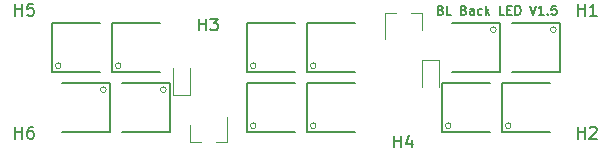
<source format=gbr>
G04 #@! TF.GenerationSoftware,KiCad,Pcbnew,(5.1.4)-1*
G04 #@! TF.CreationDate,2020-09-02T10:31:21-07:00*
G04 #@! TF.ProjectId,SkateLightBackLEDBoard,536b6174-654c-4696-9768-744261636b4c,rev?*
G04 #@! TF.SameCoordinates,Original*
G04 #@! TF.FileFunction,Legend,Top*
G04 #@! TF.FilePolarity,Positive*
%FSLAX46Y46*%
G04 Gerber Fmt 4.6, Leading zero omitted, Abs format (unit mm)*
G04 Created by KiCad (PCBNEW (5.1.4)-1) date 2020-09-02 10:31:21*
%MOMM*%
%LPD*%
G04 APERTURE LIST*
%ADD10C,0.127000*%
%ADD11C,0.200000*%
%ADD12C,0.120000*%
%ADD13C,0.100000*%
%ADD14C,0.150000*%
G04 APERTURE END LIST*
D10*
X11446571Y5724428D02*
X11555428Y5688142D01*
X11591714Y5651857D01*
X11628000Y5579285D01*
X11628000Y5470428D01*
X11591714Y5397857D01*
X11555428Y5361571D01*
X11482857Y5325285D01*
X11192571Y5325285D01*
X11192571Y6087285D01*
X11446571Y6087285D01*
X11519142Y6051000D01*
X11555428Y6014714D01*
X11591714Y5942142D01*
X11591714Y5869571D01*
X11555428Y5797000D01*
X11519142Y5760714D01*
X11446571Y5724428D01*
X11192571Y5724428D01*
X12317428Y5325285D02*
X11954571Y5325285D01*
X11954571Y6087285D01*
X13406000Y5724428D02*
X13514857Y5688142D01*
X13551142Y5651857D01*
X13587428Y5579285D01*
X13587428Y5470428D01*
X13551142Y5397857D01*
X13514857Y5361571D01*
X13442285Y5325285D01*
X13152000Y5325285D01*
X13152000Y6087285D01*
X13406000Y6087285D01*
X13478571Y6051000D01*
X13514857Y6014714D01*
X13551142Y5942142D01*
X13551142Y5869571D01*
X13514857Y5797000D01*
X13478571Y5760714D01*
X13406000Y5724428D01*
X13152000Y5724428D01*
X14240571Y5325285D02*
X14240571Y5724428D01*
X14204285Y5797000D01*
X14131714Y5833285D01*
X13986571Y5833285D01*
X13914000Y5797000D01*
X14240571Y5361571D02*
X14168000Y5325285D01*
X13986571Y5325285D01*
X13914000Y5361571D01*
X13877714Y5434142D01*
X13877714Y5506714D01*
X13914000Y5579285D01*
X13986571Y5615571D01*
X14168000Y5615571D01*
X14240571Y5651857D01*
X14930000Y5361571D02*
X14857428Y5325285D01*
X14712285Y5325285D01*
X14639714Y5361571D01*
X14603428Y5397857D01*
X14567142Y5470428D01*
X14567142Y5688142D01*
X14603428Y5760714D01*
X14639714Y5797000D01*
X14712285Y5833285D01*
X14857428Y5833285D01*
X14930000Y5797000D01*
X15256571Y5325285D02*
X15256571Y6087285D01*
X15329142Y5615571D02*
X15546857Y5325285D01*
X15546857Y5833285D02*
X15256571Y5543000D01*
X16816857Y5325285D02*
X16454000Y5325285D01*
X16454000Y6087285D01*
X17070857Y5724428D02*
X17324857Y5724428D01*
X17433714Y5325285D02*
X17070857Y5325285D01*
X17070857Y6087285D01*
X17433714Y6087285D01*
X17760285Y5325285D02*
X17760285Y6087285D01*
X17941714Y6087285D01*
X18050571Y6051000D01*
X18123142Y5978428D01*
X18159428Y5905857D01*
X18195714Y5760714D01*
X18195714Y5651857D01*
X18159428Y5506714D01*
X18123142Y5434142D01*
X18050571Y5361571D01*
X17941714Y5325285D01*
X17760285Y5325285D01*
X18994000Y6087285D02*
X19248000Y5325285D01*
X19502000Y6087285D01*
X20155142Y5325285D02*
X19719714Y5325285D01*
X19937428Y5325285D02*
X19937428Y6087285D01*
X19864857Y5978428D01*
X19792285Y5905857D01*
X19719714Y5869571D01*
X20481714Y5397857D02*
X20518000Y5361571D01*
X20481714Y5325285D01*
X20445428Y5361571D01*
X20481714Y5397857D01*
X20481714Y5325285D01*
X21207428Y6087285D02*
X20844571Y6087285D01*
X20808285Y5724428D01*
X20844571Y5760714D01*
X20917142Y5797000D01*
X21098571Y5797000D01*
X21171142Y5760714D01*
X21207428Y5724428D01*
X21243714Y5651857D01*
X21243714Y5470428D01*
X21207428Y5397857D01*
X21171142Y5361571D01*
X21098571Y5325285D01*
X20917142Y5325285D01*
X20844571Y5361571D01*
X20808285Y5397857D01*
D11*
X17450000Y465000D02*
X21500000Y465000D01*
X21500000Y465000D02*
X21500000Y4615000D01*
X21500000Y4615000D02*
X17450000Y4615000D01*
D12*
X21204131Y4064000D02*
G75*
G03X21204131Y4064000I-244131J0D01*
G01*
D11*
X-17450000Y4615000D02*
X-21500000Y4615000D01*
X-21500000Y4615000D02*
X-21500000Y465000D01*
X-21500000Y465000D02*
X-17450000Y465000D01*
D12*
X-20715869Y1016000D02*
G75*
G03X-20715869Y1016000I-244131J0D01*
G01*
X9806000Y1485000D02*
X9806000Y-800000D01*
X11276000Y1485000D02*
X9806000Y1485000D01*
X11276000Y-800000D02*
X11276000Y1485000D01*
X9835000Y5459000D02*
X9835000Y3999000D01*
X6675000Y5459000D02*
X6675000Y3299000D01*
X6675000Y5459000D02*
X7605000Y5459000D01*
X9835000Y5459000D02*
X8905000Y5459000D01*
X-9835000Y-5459000D02*
X-9835000Y-3999000D01*
X-6675000Y-5459000D02*
X-6675000Y-3299000D01*
X-6675000Y-5459000D02*
X-7605000Y-5459000D01*
X-9835000Y-5459000D02*
X-8905000Y-5459000D01*
D13*
X-5510660Y-106440D02*
G75*
G03X-5510660Y-106440I-50000J0D01*
G01*
X-6526660Y-106440D02*
G75*
G03X-6526660Y-106440I-50000J0D01*
G01*
D12*
X-9806000Y-1485000D02*
X-9806000Y800000D01*
X-11276000Y-1485000D02*
X-9806000Y-1485000D01*
X-11276000Y800000D02*
X-11276000Y-1485000D01*
D11*
X-15570000Y-4615000D02*
X-11520000Y-4615000D01*
X-11520000Y-4615000D02*
X-11520000Y-465000D01*
X-11520000Y-465000D02*
X-15570000Y-465000D01*
D12*
X-11815869Y-1016000D02*
G75*
G03X-11815869Y-1016000I-244131J0D01*
G01*
D11*
X-20650000Y-4615000D02*
X-16600000Y-4615000D01*
X-16600000Y-4615000D02*
X-16600000Y-465000D01*
X-16600000Y-465000D02*
X-20650000Y-465000D01*
D12*
X-16895869Y-1016000D02*
G75*
G03X-16895869Y-1016000I-244131J0D01*
G01*
D11*
X-12370000Y4615000D02*
X-16420000Y4615000D01*
X-16420000Y4615000D02*
X-16420000Y465000D01*
X-16420000Y465000D02*
X-12370000Y465000D01*
D12*
X-15635869Y1016000D02*
G75*
G03X-15635869Y1016000I-244131J0D01*
G01*
D11*
X-940000Y4615000D02*
X-4990000Y4615000D01*
X-4990000Y4615000D02*
X-4990000Y465000D01*
X-4990000Y465000D02*
X-940000Y465000D01*
D12*
X-4205869Y1016000D02*
G75*
G03X-4205869Y1016000I-244131J0D01*
G01*
D11*
X4140000Y4615000D02*
X90000Y4615000D01*
X90000Y4615000D02*
X90000Y465000D01*
X90000Y465000D02*
X4140000Y465000D01*
D12*
X874131Y1016000D02*
G75*
G03X874131Y1016000I-244131J0D01*
G01*
D11*
X-940000Y-465000D02*
X-4990000Y-465000D01*
X-4990000Y-465000D02*
X-4990000Y-4615000D01*
X-4990000Y-4615000D02*
X-940000Y-4615000D01*
D12*
X-4205869Y-4064000D02*
G75*
G03X-4205869Y-4064000I-244131J0D01*
G01*
D11*
X4140000Y-465000D02*
X90000Y-465000D01*
X90000Y-465000D02*
X90000Y-4615000D01*
X90000Y-4615000D02*
X4140000Y-4615000D01*
D12*
X874131Y-4064000D02*
G75*
G03X874131Y-4064000I-244131J0D01*
G01*
D11*
X15570000Y-465000D02*
X11520000Y-465000D01*
X11520000Y-465000D02*
X11520000Y-4615000D01*
X11520000Y-4615000D02*
X15570000Y-4615000D01*
D12*
X12304131Y-4064000D02*
G75*
G03X12304131Y-4064000I-244131J0D01*
G01*
D11*
X20650000Y-465000D02*
X16600000Y-465000D01*
X16600000Y-465000D02*
X16600000Y-4615000D01*
X16600000Y-4615000D02*
X20650000Y-4615000D01*
D12*
X17384131Y-4064000D02*
G75*
G03X17384131Y-4064000I-244131J0D01*
G01*
D11*
X12370000Y465000D02*
X16420000Y465000D01*
X16420000Y465000D02*
X16420000Y4615000D01*
X16420000Y4615000D02*
X12370000Y4615000D01*
D12*
X16124131Y4064000D02*
G75*
G03X16124131Y4064000I-244131J0D01*
G01*
D14*
X7493095Y-5905380D02*
X7493095Y-4905380D01*
X7493095Y-5381571D02*
X8064523Y-5381571D01*
X8064523Y-5905380D02*
X8064523Y-4905380D01*
X8969285Y-5238714D02*
X8969285Y-5905380D01*
X8731190Y-4857761D02*
X8493095Y-5572047D01*
X9112142Y-5572047D01*
X-9016904Y4000619D02*
X-9016904Y5000619D01*
X-9016904Y4524428D02*
X-8445476Y4524428D01*
X-8445476Y4000619D02*
X-8445476Y5000619D01*
X-8064523Y5000619D02*
X-7445476Y5000619D01*
X-7778809Y4619666D01*
X-7635952Y4619666D01*
X-7540714Y4572047D01*
X-7493095Y4524428D01*
X-7445476Y4429190D01*
X-7445476Y4191095D01*
X-7493095Y4095857D01*
X-7540714Y4048238D01*
X-7635952Y4000619D01*
X-7921666Y4000619D01*
X-8016904Y4048238D01*
X-8064523Y4095857D01*
X23050595Y5254619D02*
X23050595Y6254619D01*
X23050595Y5778428D02*
X23622023Y5778428D01*
X23622023Y5254619D02*
X23622023Y6254619D01*
X24622023Y5254619D02*
X24050595Y5254619D01*
X24336309Y5254619D02*
X24336309Y6254619D01*
X24241071Y6111761D01*
X24145833Y6016523D01*
X24050595Y5968904D01*
X23050595Y-5159380D02*
X23050595Y-4159380D01*
X23050595Y-4635571D02*
X23622023Y-4635571D01*
X23622023Y-5159380D02*
X23622023Y-4159380D01*
X24050595Y-4254619D02*
X24098214Y-4207000D01*
X24193452Y-4159380D01*
X24431547Y-4159380D01*
X24526785Y-4207000D01*
X24574404Y-4254619D01*
X24622023Y-4349857D01*
X24622023Y-4445095D01*
X24574404Y-4587952D01*
X24002976Y-5159380D01*
X24622023Y-5159380D01*
X-24574404Y5254619D02*
X-24574404Y6254619D01*
X-24574404Y5778428D02*
X-24002976Y5778428D01*
X-24002976Y5254619D02*
X-24002976Y6254619D01*
X-23050595Y6254619D02*
X-23526785Y6254619D01*
X-23574404Y5778428D01*
X-23526785Y5826047D01*
X-23431547Y5873666D01*
X-23193452Y5873666D01*
X-23098214Y5826047D01*
X-23050595Y5778428D01*
X-23002976Y5683190D01*
X-23002976Y5445095D01*
X-23050595Y5349857D01*
X-23098214Y5302238D01*
X-23193452Y5254619D01*
X-23431547Y5254619D01*
X-23526785Y5302238D01*
X-23574404Y5349857D01*
X-24574404Y-5159380D02*
X-24574404Y-4159380D01*
X-24574404Y-4635571D02*
X-24002976Y-4635571D01*
X-24002976Y-5159380D02*
X-24002976Y-4159380D01*
X-23098214Y-4159380D02*
X-23288690Y-4159380D01*
X-23383928Y-4207000D01*
X-23431547Y-4254619D01*
X-23526785Y-4397476D01*
X-23574404Y-4587952D01*
X-23574404Y-4968904D01*
X-23526785Y-5064142D01*
X-23479166Y-5111761D01*
X-23383928Y-5159380D01*
X-23193452Y-5159380D01*
X-23098214Y-5111761D01*
X-23050595Y-5064142D01*
X-23002976Y-4968904D01*
X-23002976Y-4730809D01*
X-23050595Y-4635571D01*
X-23098214Y-4587952D01*
X-23193452Y-4540333D01*
X-23383928Y-4540333D01*
X-23479166Y-4587952D01*
X-23526785Y-4635571D01*
X-23574404Y-4730809D01*
M02*

</source>
